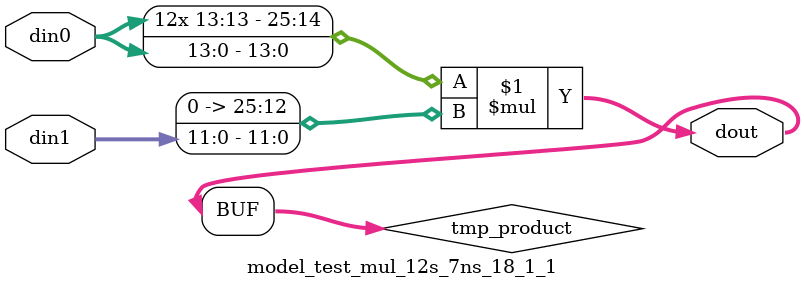
<source format=v>

`timescale 1 ns / 1 ps

  module model_test_mul_12s_7ns_18_1_1(din0, din1, dout);
parameter ID = 1;
parameter NUM_STAGE = 0;
parameter din0_WIDTH = 14;
parameter din1_WIDTH = 12;
parameter dout_WIDTH = 26;

input [din0_WIDTH - 1 : 0] din0; 
input [din1_WIDTH - 1 : 0] din1; 
output [dout_WIDTH - 1 : 0] dout;

wire signed [dout_WIDTH - 1 : 0] tmp_product;












assign tmp_product = $signed(din0) * $signed({1'b0, din1});









assign dout = tmp_product;







endmodule

</source>
